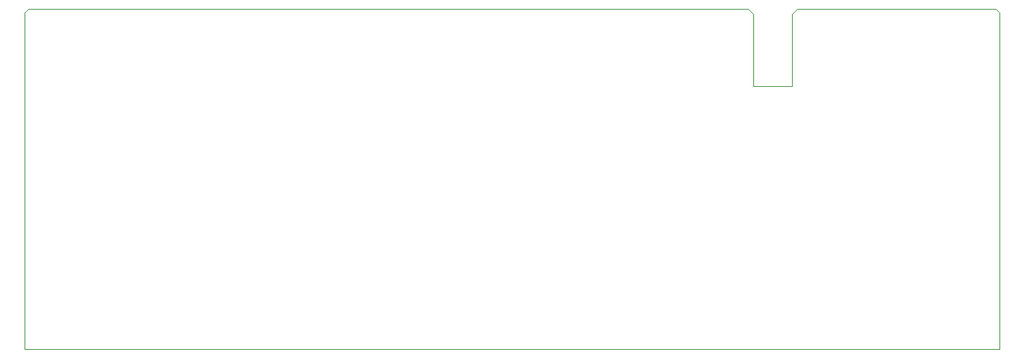
<source format=gm1>
G04 #@! TF.GenerationSoftware,KiCad,Pcbnew,(6.0.0)*
G04 #@! TF.CreationDate,2022-01-22T13:38:31+01:00*
G04 #@! TF.ProjectId,jamma_mahjong,6a616d6d-615f-46d6-9168-6a6f6e672e6b,rev?*
G04 #@! TF.SameCoordinates,Original*
G04 #@! TF.FileFunction,Profile,NP*
%FSLAX46Y46*%
G04 Gerber Fmt 4.6, Leading zero omitted, Abs format (unit mm)*
G04 Created by KiCad (PCBNEW (6.0.0)) date 2022-01-22 13:38:31*
%MOMM*%
%LPD*%
G01*
G04 APERTURE LIST*
G04 #@! TA.AperFunction,Profile*
%ADD10C,0.050000*%
G04 #@! TD*
G04 APERTURE END LIST*
D10*
X231800000Y-47600000D02*
X231800000Y-86000000D01*
X208200000Y-47800000D02*
X208800000Y-47200000D01*
X208800000Y-47200000D02*
X231400000Y-47200000D01*
X121200000Y-47200000D02*
X203200000Y-47200000D01*
X208200000Y-56000000D02*
X208200000Y-47800000D01*
X121000000Y-86000000D02*
X120800000Y-86000000D01*
X120800000Y-86000000D02*
X120800000Y-47600000D01*
X203800000Y-47800000D02*
X203800000Y-56000000D01*
X231400000Y-47200000D02*
X231800000Y-47600000D01*
X203200000Y-47200000D02*
X203800000Y-47800000D01*
X203800000Y-56000000D02*
X208200000Y-56000000D01*
X120800000Y-47600000D02*
X121200000Y-47200000D01*
X231800000Y-86000000D02*
X121000000Y-86000000D01*
M02*

</source>
